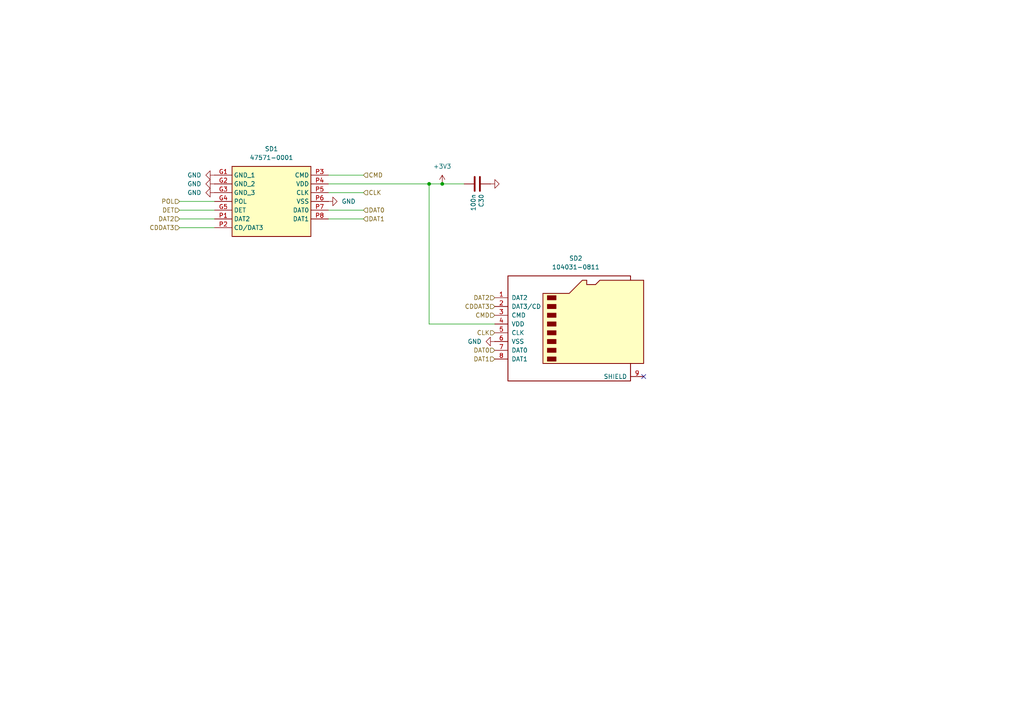
<source format=kicad_sch>
(kicad_sch (version 20250114) (generator "eeschema") (generator_version "9.0")
  (paper "A4")
  (title_block (title "MiniFRANK RM2") (date "2025-03-08") (rev "1.05") (company "Mikhail Matveev") (comment 1 "https://github.com/xtremespb/frank"))
  (lib_symbols
    (symbol "Connector:Micro_SD_Card" (pin_names (offset 1.016))
      (property "Reference" "J" (at -16.51 15.24 0))
      (property "Value" "Micro_SD_Card" (at 16.51 15.24 0))
      (symbol "Micro_SD_Card_0_1"
        (polyline (pts (xy -8.89 -11.43) (xy -8.89 8.89) (xy -1.27 8.89) (xy 2.54 12.7) (xy 3.81 12.7) (xy 3.81 11.43) (xy 6.35 11.43) (xy 7.62 12.7) (xy 20.32 12.7) (xy 20.32 -11.43) (xy -8.89 -11.43)) (stroke (width 0.254)) (fill (type background)))
        (rectangle (start -7.62 8.255) (end -5.08 6.985) (fill (type outline)))
        (rectangle (start -7.62 5.715) (end -5.08 4.445) (fill (type outline)))
        (rectangle (start -7.62 3.175) (end -5.08 1.905) (fill (type outline)))
        (rectangle (start -7.62 0.635) (end -5.08 -0.635) (fill (type outline)))
        (rectangle (start -7.62 -1.905) (end -5.08 -3.175) (fill (type outline)))
        (rectangle (start -7.62 -4.445) (end -5.08 -5.715) (fill (type outline)))
        (rectangle (start -7.62 -6.985) (end -5.08 -8.255) (fill (type outline)))
        (rectangle (start -7.62 -9.525) (end -5.08 -10.795) (fill (type outline)))
        (polyline (pts (xy 16.51 12.7) (xy 16.51 13.97) (xy -19.05 13.97) (xy -19.05 -16.51) (xy 16.51 -16.51) (xy 16.51 -11.43)) (stroke (width 0.254)))
      )
      (symbol "Micro_SD_Card_1_1"
        (pin bidirectional line (at -22.86 7.62 0) (length 3.81) (name "DAT2") (number "1"))
        (pin bidirectional line (at -22.86 5.08 0) (length 3.81) (name "DAT3/CD") (number "2"))
        (pin input line (at -22.86 2.54 0) (length 3.81) (name "CMD") (number "3"))
        (pin power_in line (at -22.86 0 0) (length 3.81) (name "VDD") (number "4"))
        (pin input line (at -22.86 -2.54 0) (length 3.81) (name "CLK") (number "5"))
        (pin power_in line (at -22.86 -5.08 0) (length 3.81) (name "VSS") (number "6"))
        (pin bidirectional line (at -22.86 -7.62 0) (length 3.81) (name "DAT0") (number "7"))
        (pin bidirectional line (at -22.86 -10.16 0) (length 3.81) (name "DAT1") (number "8"))
        (pin passive line (at 20.32 -15.24 180) (length 3.81) (name "SHIELD") (number "9"))
      )
    )
    (symbol "Device:C" (pin_numbers (hide yes)) (pin_names (offset 0.254))
      (property "Reference" "C" (at 0.635 2.54 0))
      (property "Value" "C" (at 0.635 -2.54 0))
      (symbol "C_0_1"
        (polyline (pts (xy -2.032 0.762) (xy 2.032 0.762)) (stroke (width 0.508)))
        (polyline (pts (xy -2.032 -0.762) (xy 2.032 -0.762)) (stroke (width 0.508)))
      )
      (symbol "C_1_1"
        (pin passive line (at 0 3.81 270) (length 2.794) (name "~") (number "1"))
        (pin passive line (at 0 -3.81 90) (length 2.794) (name "~") (number "2"))
      )
    )
    (symbol "FRANK:MicroSD_Short"
      (property "Reference" "SD1" (at 16.51 7.62 0))
      (property "Value" "MicroSD_Short" (at 16.51 5.08 0))
      (symbol "MicroSD_Short_1_1"
        (rectangle (start 5.08 2.54) (end 27.94 -17.78) (stroke (width 0.254)) (fill (type background)))
        (pin passive line (at 0 0 0) (length 5.08) (name "GND_1") (number "G1"))
        (pin passive line (at 0 -2.54 0) (length 5.08) (name "GND_2") (number "G2"))
        (pin passive line (at 0 -5.08 0) (length 5.08) (name "GND_3") (number "G3"))
        (pin passive line (at 0 -7.62 0) (length 5.08) (name "POL") (number "G4"))
        (pin passive line (at 0 -10.16 0) (length 5.08) (name "DET") (number "G5"))
        (pin passive line (at 0 -12.7 0) (length 5.08) (name "DAT2") (number "P1"))
        (pin passive line (at 0 -15.24 0) (length 5.08) (name "CD/DAT3") (number "P2"))
        (pin passive line (at 33.02 0 180) (length 5.08) (name "CMD") (number "P3"))
        (pin passive line (at 33.02 -2.54 180) (length 5.08) (name "VDD") (number "P4"))
        (pin passive line (at 33.02 -5.08 180) (length 5.08) (name "CLK") (number "P5"))
        (pin passive line (at 33.02 -7.62 180) (length 5.08) (name "VSS") (number "P6"))
        (pin passive line (at 33.02 -10.16 180) (length 5.08) (name "DAT0") (number "P7"))
        (pin passive line (at 33.02 -12.7 180) (length 5.08) (name "DAT1") (number "P8"))
      )
    )
    (symbol "GND_1" (power) (pin_numbers (hide yes)) (pin_names (offset 0) (hide yes))
      (property "Value" "GND" (at 0 -3.81 0))
      (symbol "GND_1_0_1"
        (polyline (pts (xy 0 0) (xy 0 -1.27) (xy 1.27 -1.27) (xy 0 -2.54) (xy -1.27 -1.27) (xy 0 -1.27)))
      )
      (symbol "GND_1_1_1"
        (pin power_in line (at 0 0 270) (length 0) (name "~") (number "1"))
      )
    )
    (symbol "power:+3V3" (power) (pin_numbers (hide yes)) (pin_names (offset 0) (hide yes))
      (property "Value" "+3V3" (at 0 3.556 0))
      (symbol "+3V3_0_1"
        (polyline (pts (xy -0.762 1.27) (xy 0 2.54)))
        (polyline (pts (xy 0 2.54) (xy 0.762 1.27)))
        (polyline (pts (xy 0 0) (xy 0 2.54)))
      )
      (symbol "+3V3_1_1"
        (pin power_in line (at 0 0 90) (length 0) (name "~") (number "1"))
      )
    )
    (symbol "power:GND" (power) (pin_numbers (hide yes)) (pin_names (offset 0) (hide yes))
      (property "Value" "GND" (at 0 -3.81 0))
      (symbol "GND_0_1"
        (polyline (pts (xy 0 0) (xy 0 -1.27) (xy 1.27 -1.27) (xy 0 -2.54) (xy -1.27 -1.27) (xy 0 -1.27)))
      )
      (symbol "GND_1_1"
        (pin power_in line (at 0 0 270) (length 0) (name "~") (number "1"))
      )
    )
  )
  (junction (at 128.27 53.34))
  (junction (at 124.46 53.34))
  (no_connect (at 186.69 109.22))
  (wire (pts (xy 143.51 93.98) (xy 124.46 93.98)))
  (wire (pts (xy 95.25 60.96) (xy 105.41 60.96)))
  (wire (pts (xy 95.25 63.5) (xy 105.41 63.5)))
  (wire (pts (xy 52.07 66.04) (xy 62.23 66.04)))
  (wire (pts (xy 52.07 63.5) (xy 62.23 63.5)))
  (wire (pts (xy 95.25 50.8) (xy 105.41 50.8)))
  (wire (pts (xy 128.27 53.34) (xy 134.62 53.34)))
  (wire (pts (xy 95.25 55.88) (xy 105.41 55.88)))
  (wire (pts (xy 124.46 53.34) (xy 128.27 53.34)))
  (wire (pts (xy 52.07 58.42) (xy 62.23 58.42)))
  (wire (pts (xy 95.25 53.34) (xy 124.46 53.34)))
  (wire (pts (xy 52.07 60.96) (xy 62.23 60.96)))
  (wire (pts (xy 124.46 93.98) (xy 124.46 53.34)))
  (hierarchical_label "CLK" (shape input) (at 105.41 55.88 0))
  (hierarchical_label "DAT0" (shape input) (at 105.41 60.96 0))
  (hierarchical_label "DAT1" (shape input) (at 105.41 63.5 0))
  (hierarchical_label "DET" (shape input) (at 52.07 60.96 180))
  (hierarchical_label "CDDAT3" (shape input) (at 143.51 88.9 180))
  (hierarchical_label "CLK" (shape input) (at 143.51 96.52 180))
  (hierarchical_label "DAT0" (shape input) (at 143.51 101.6 180))
  (hierarchical_label "DAT2" (shape input) (at 143.51 86.36 180))
  (hierarchical_label "CDDAT3" (shape input) (at 52.07 66.04 180))
  (hierarchical_label "DAT2" (shape input) (at 52.07 63.5 180))
  (hierarchical_label "CMD" (shape input) (at 143.51 91.44 180))
  (hierarchical_label "POL" (shape input) (at 52.07 58.42 180))
  (hierarchical_label "CMD" (shape input) (at 105.41 50.8 0))
  (hierarchical_label "DAT1" (shape input) (at 143.51 104.14 180))
  (symbol (lib_id "Device:C") (at 138.43 53.34 270) (unit 1)
    (property "Reference" "C30" (at 139.5984 56.261 0) (effects (justify left)))
    (property "Value" "100n" (at 137.287 56.261 0) (effects (justify left)))
    (property "Footprint" "FRANK:Capacitor (0805)" (effects (hide yes)))
    (property "Datasheet" "https://eu.mouser.com/datasheet/2/447/KEM_C1075_X7R_HT_SMD-3316221.pdf" (effects (hide yes)))
    (property "AliExpress" "https://www.aliexpress.com/item/33008008276.html" (effects (hide yes)))
  )
  (symbol (lib_id "power:+3V3") (at 128.27 53.34 0) (unit 1)
    (property "Reference" "#PWR063" (effects (hide yes)))
    (property "Value" "+3V3" (at 128.27 48.26 0))
    (property "Description" "Power symbol creates a global label with name \"+3V3\"" (effects (hide yes)))
  )
  (symbol (lib_id "power:GND") (at 142.24 53.34 90) (unit 1)
    (property "Reference" "#PWR064" (effects (hide yes)))
    (property "Value" "GND" (effects (hide yes)))
    (property "Description" "Power symbol creates a global label with name \"GND\" , ground" (effects (hide yes)))
  )
  (symbol (lib_name "GND_1") (lib_id "power:GND") (at 62.23 53.34 270) (unit 1)
    (property "Reference" "#PWR062" (effects (hide yes)))
    (property "Value" "GND" (at 58.42 53.3399 90) (effects (justify right)))
    (property "Description" "Power symbol creates a global label with name \"GND\" , ground" (effects (hide yes)))
  )
  (symbol (lib_id "Connector:Micro_SD_Card") (at 166.37 93.98 0) (unit 1)
    (property "Reference" "SD2" (at 167.005 74.93 0))
    (property "Value" "104031-0811" (at 167.005 77.47 0))
    (property "Footprint" "FRANK:MicroSD (SMD, long)" (effects (hide yes)))
    (property "Datasheet" "https://www.we-online.com/components/products/datasheet/693072010801.pdf" (effects (hide yes)))
    (property "Description" "Micro SD Card Socket" (effects (hide yes)))
    (property "AliExpress" "https://www.aliexpress.com/item/1005004214252441.html" (effects (hide yes)))
  )
  (symbol (lib_id "FRANK:MicroSD_Short") (at 62.23 50.8 0) (unit 1)
    (property "Reference" "SD1" (at 78.74 43.18 0))
    (property "Value" "47571-0001" (at 78.74 45.72 0))
    (property "Footprint" "FRANK:MicroSD (SMD, short)" (effects (hide yes)))
    (property "Datasheet" "https://componentsearchengine.com/Datasheets/2/47571-0001.pdf" (effects (hide yes)))
    (property "Description" "Memory Card Connectors ASSY FOR TFR HEADER HEADER W/DETECT PIN" (effects (hide yes)))
    (property "Height" "2.3" (effects (hide yes)))
    (property "Mouser Part Number" "538-47571-0001" (effects (hide yes)))
    (property "Mouser Price/Stock" "https://www.mouser.co.uk/ProductDetail/Molex/47571-0001?qs=qM7ngqbhX5UTJOg9nqKLJQ%3D%3D" (effects (hide yes)))
    (property "Manufacturer_Name" "Molex" (effects (hide yes)))
    (property "Manufacturer_Part_Number" "47571-0001" (effects (hide yes)))
    (property "AliExpress" "https://www.aliexpress.com/item/1005005302426366.html" (effects (hide yes)))
  )
  (symbol (lib_name "GND_1") (lib_id "power:GND") (at 95.25 58.42 90) (unit 1)
    (property "Reference" "#PWR066" (effects (hide yes)))
    (property "Value" "GND" (at 99.06 58.4199 90) (effects (justify right)))
    (property "Description" "Power symbol creates a global label with name \"GND\" , ground" (effects (hide yes)))
  )
  (symbol (lib_id "power:GND") (at 143.51 99.06 270) (unit 1)
    (property "Reference" "#PWR067" (effects (hide yes)))
    (property "Value" "GND" (at 139.7 99.0599 90) (effects (justify right)))
  )
  (symbol (lib_name "GND_1") (lib_id "power:GND") (at 62.23 55.88 270) (unit 1)
    (property "Reference" "#PWR065" (effects (hide yes)))
    (property "Value" "GND" (at 58.42 55.8799 90) (effects (justify right)))
    (property "Description" "Power symbol creates a global label with name \"GND\" , ground" (effects (hide yes)))
  )
  (symbol (lib_name "GND_1") (lib_id "power:GND") (at 62.23 50.8 270) (unit 1)
    (property "Reference" "#PWR061" (effects (hide yes)))
    (property "Value" "GND" (at 58.42 50.7999 90) (effects (justify right)))
    (property "Description" "Power symbol creates a global label with name \"GND\" , ground" (effects (hide yes)))
  )
)
</source>
